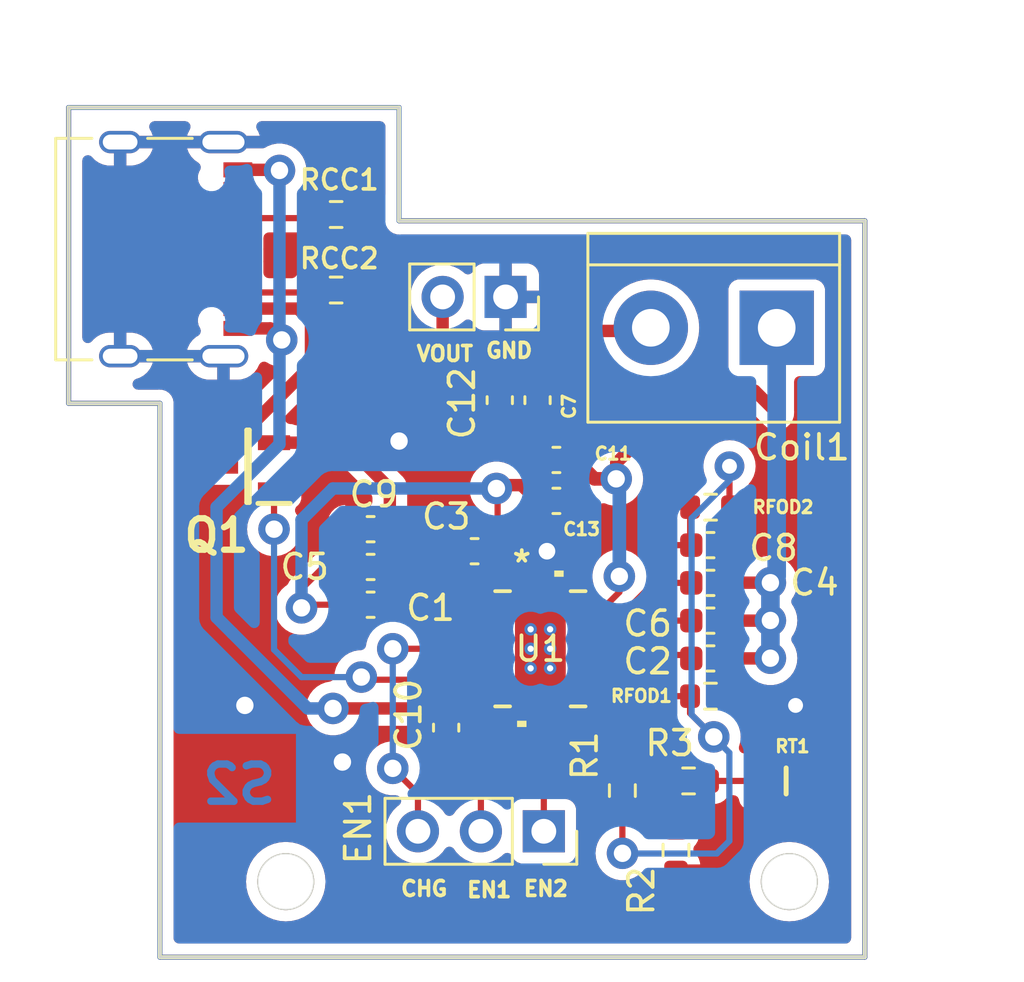
<source format=kicad_pcb>
(kicad_pcb (version 20221018) (generator pcbnew)
  (layers (0 "F.Cu" signal) (31 "B.Cu" signal) (34 "B.Paste" user) (35 "F.Paste" user) (36 "B.SilkS" user "B.Silkscreen") (37 "F.SilkS" user "F.Silkscreen") (38 "B.Mask" user) (39 "F.Mask" user) (44 "Edge.Cuts" user))
  (net 0 "")
  (net 1 "Net-(U1-COM1)")
  (net 2 "AC1")
  (net 3 "Net-(U1-COM2)")
  (net 4 "AC2")
  (net 5 "Net-(U1-BOOT1)")
  (net 6 "Net-(U1-BOOT2)")
  (net 7 "Net-(U1-CLMP1)")
  (net 8 "Net-(U1-CLMP2)")
  (net 9 "Net-(Coil1-Pin_2)")
  (net 10 "FOD")
  (net 11 "GND")
  (net 12 "OUT")
  (net 13 "Net-(Q1-D)")
  (net 14 "Net-(EN1-Pin_1)")
  (net 15 "Net-(EN1-Pin_2)")
  (net 16 "Net-(EN1-Pin_3)")
  (net 17 "Net-(J3-CC1)")
  (net 21 "Net-(J3-CC2)")
  (net 25 "Net-(Q1-G)")
  (net 26 "Net-(U1-ILIM)")
  (net 27 "Net-(U1-TS-CTRL)")
  (net 29 "Net-(U1-AD)")
  (net 30 "Net-(U1-RECT)")
  (net 31 "Net-(R3-Pad1)")
  (footprint "Capacitor_SMD:C_0603_1608Metric" (layer "F.Cu") (at 157.602099 105.918 180)
    (fp_text reference "C5" (at 2.662099 0) (layer "F.SilkS"))
    (fp_text value "470nF")
    (fp_line (start -0.14058 -0.51) (end 0.14058 -0.51) (stroke (width 0.12)) (layer "F.SilkS"))
    (fp_line (start -0.14058 0.51) (end 0.14058 0.51) (stroke (width 0.12)) (layer "F.SilkS"))
    (pad "1" smd roundrect (at -0.775 0 180) (size 0.9 0.95) (layers "F.Cu" "F.Paste" "F.Mask") (net 7 "Net-(U1-CLMP1)"))
    (pad "2" smd roundrect (at 0.775 0 180) (size 0.9 0.95) (layers "F.Cu" "F.Paste" "F.Mask") (net 2 "AC1"))
  )
  (footprint "Capacitor_SMD:C_0603_1608Metric" (layer "F.Cu") (at 162.814 99.187 -90)
    (fp_text reference "C12" (at 0.127 1.524 90) (layer "F.SilkS"))
    (fp_text value "68nF")
    (fp_line (start -0.14058 -0.51) (end 0.14058 -0.51) (stroke (width 0.12)) (layer "F.SilkS"))
    (fp_line (start -0.14058 0.51) (end 0.14058 0.51) (stroke (width 0.12)) (layer "F.SilkS"))
    (pad "1" smd roundrect (at -0.775 0 270) (size 0.9 0.95) (layers "F.Cu" "F.Paste" "F.Mask") (net 9 "Net-(Coil1-Pin_2)"))
    (pad "2" smd roundrect (at 0.775 0 270) (size 0.9 0.95) (layers "F.Cu" "F.Paste" "F.Mask") (net 2 "AC1"))
  )
  (footprint "Resistor_SMD:R_0603_1608Metric" (layer "F.Cu") (at 170.434 114.554 180)
    (fp_text reference "R3" (at 0.762 1.524) (layer "F.SilkS"))
    (fp_text value "1.5K")
    (fp_line (start -0.237258 -0.5225) (end 0.237258 -0.5225) (stroke (width 0.12)) (layer "F.SilkS"))
    (fp_line (start -0.237258 0.5225) (end 0.237258 0.5225) (stroke (width 0.12)) (layer "F.SilkS"))
    (pad "1" smd roundrect (at -0.825 0 180) (size 0.8 0.95) (layers "F.Cu" "F.Paste" "F.Mask") (net 31 "Net-(R3-Pad1)"))
    (pad "2" smd roundrect (at 0.825 0 180) (size 0.8 0.95) (layers "F.Cu" "F.Paste" "F.Mask") (net 27 "Net-(U1-TS-CTRL)"))
  )
  (footprint "TESIS:SOT95P237X112-3N" (layer "F.Cu") (at 152.654 101.854 180)
    (fp_text reference "Q1" (at 1.27 -2.794 180) (layer "F.SilkS") (effects (font (size 1.27 1.27) (thickness 0.254))))
    (fp_text value "SQ2361CES-T1_GE3" hide)
    (fp_line (start -1.7 -1.5) (end -0.4 -1.5) (stroke (width 0.2)) (layer "F.SilkS"))
    (fp_line (start -0.05 -1.46) (end 0.05 -1.46) (stroke (width 0.2)) (layer "F.SilkS"))
    (fp_line (start -0.05 1.46) (end -0.05 -1.46) (stroke (width 0.2)) (layer "F.SilkS"))
    (fp_line (start 0.05 -1.46) (end 0.05 1.46) (stroke (width 0.2)) (layer "F.SilkS"))
    (fp_line (start 0.05 1.46) (end -0.05 1.46) (stroke (width 0.2)) (layer "F.SilkS"))
    (pad "1" smd rect (at -1.05 -0.95 270) (size 0.6 1.3) (layers "F.Cu" "F.Paste" "F.Mask") (net 25 "Net-(Q1-G)"))
    (pad "2" smd rect (at -1.05 0.95 270) (size 0.6 1.3) (layers "F.Cu" "F.Paste" "F.Mask") (net 12 "OUT"))
    (pad "3" smd rect (at 1.05 0 270) (size 0.6 1.3) (layers "F.Cu" "F.Paste" "F.Mask") (net 13 "Net-(Q1-D)"))
  )
  (footprint "Resistor_SMD:R_0603_1608Metric" (layer "F.Cu") (at 156.21 94.742 180)
    (fp_text reference "RCC2" (at -0.127 1.27) (layer "F.SilkS") (effects (font (size 0.8 0.8))))
    (fp_text value "5.1k")
    (fp_line (start -0.237258 -0.5225) (end 0.237258 -0.5225) (stroke (width 0.12)) (layer "F.SilkS"))
    (fp_line (start -0.237258 0.5225) (end 0.237258 0.5225) (stroke (width 0.12)) (layer "F.SilkS"))
    (pad "1" smd roundrect (at -0.825 0 180) (size 0.8 0.95) (layers "F.Cu" "F.Paste" "F.Mask") (net 11 "GND"))
    (pad "2" smd roundrect (at 0.825 0 180) (size 0.8 0.95) (layers "F.Cu" "F.Paste" "F.Mask") (net 21 "Net-(J3-CC2)"))
  )
  (footprint "Capacitor_SMD:C_0603_1608Metric" (layer "F.Cu") (at 171.318099 108.085)
    (fp_text reference "C6" (at -2.535099 0.119) (layer "F.SilkS"))
    (fp_text value "470nF")
    (fp_line (start -0.14058 -0.51) (end 0.14058 -0.51) (stroke (width 0.12)) (layer "F.SilkS"))
    (fp_line (start -0.14058 0.51) (end 0.14058 0.51) (stroke (width 0.12)) (layer "F.SilkS"))
    (pad "1" smd roundrect (at -0.775 0) (size 0.9 0.95) (layers "F.Cu" "F.Paste" "F.Mask") (net 8 "Net-(U1-CLMP2)"))
    (pad "2" smd roundrect (at 0.775 0) (size 0.9 0.95) (layers "F.Cu" "F.Paste" "F.Mask") (net 4 "AC2"))
  )
  (footprint "Resistor_SMD:R_0603_1608Metric" (layer "F.Cu") (at 171.318099 111.133)
    (fp_text reference "RFOD1" (at -2.789099 -0.008) (layer "F.SilkS") (effects (font (size 0.5 0.5) (thickness 0.125))))
    (fp_text value "180K")
    (fp_line (start -0.237258 -0.5225) (end 0.237258 -0.5225) (stroke (width 0.12)) (layer "F.SilkS"))
    (fp_line (start -0.237258 0.5225) (end 0.237258 0.5225) (stroke (width 0.12)) (layer "F.SilkS"))
    (pad "1" smd roundrect (at -0.825 0) (size 0.8 0.95) (layers "F.Cu" "F.Paste" "F.Mask") (net 10 "FOD"))
    (pad "2" smd roundrect (at 0.825 0) (size 0.8 0.95) (layers "F.Cu" "F.Paste" "F.Mask") (net 11 "GND"))
  )
  (footprint "Connector_PinSocket_2.54mm:PinSocket_1x02_P2.54mm_Vertical" (layer "F.Cu") (at 163.048 95.021 -90)
    (fp_text reference "Out1" hide)
    (fp_text value "Conn_01x02_Socket")
    (fp_line (start -1.33 1.27) (end -1.33 3.87) (stroke (width 0.12)) (layer "F.SilkS"))
    (fp_line (start -1.33 1.27) (end 1.33 1.27) (stroke (width 0.12)) (layer "F.SilkS"))
    (fp_line (start -1.33 3.87) (end 1.33 3.87) (stroke (width 0.12)) (layer "F.SilkS"))
    (fp_line (start 0 -1.33) (end 1.33 -1.33) (stroke (width 0.12)) (layer "F.SilkS"))
    (fp_line (start 1.33 -1.33) (end 1.33 0) (stroke (width 0.12)) (layer "F.SilkS"))
    (fp_line (start 1.33 1.27) (end 1.33 3.87) (stroke (width 0.12)) (layer "F.SilkS"))
    (pad "1" thru_hole rect (at 0 0 270) (size 1.7 1.7) (drill 1) (layers "*.Cu" "*.Mask") (net 11 "GND"))
    (pad "2" thru_hole oval (at 0 2.54 270) (size 1.7 1.7) (drill 1) (layers "*.Cu" "*.Mask") (net 12 "OUT"))
  )
  (footprint "Capacitor_SMD:C_0603_1608Metric" (layer "F.Cu") (at 157.602099 107.442 180)
    (fp_text reference "C1" (at -2.417901 -0.127) (layer "F.SilkS"))
    (fp_text value "22nF")
    (fp_line (start -0.14058 -0.51) (end 0.14058 -0.51) (stroke (width 0.12)) (layer "F.SilkS"))
    (fp_line (start -0.14058 0.51) (end 0.14058 0.51) (stroke (width 0.12)) (layer "F.SilkS"))
    (pad "1" smd roundrect (at -0.775 0 180) (size 0.9 0.95) (layers "F.Cu" "F.Paste" "F.Mask") (net 1 "Net-(U1-COM1)"))
    (pad "2" smd roundrect (at 0.775 0 180) (size 0.9 0.95) (layers "F.Cu" "F.Paste" "F.Mask") (net 2 "AC1"))
  )
  (footprint "Resistor_SMD:R_0603_1608Metric" (layer "F.Cu") (at 167.762099 114.943 90)
    (fp_text reference "R1" (at 1.405 -1.519099 90) (layer "F.SilkS"))
    (fp_text value "1.2K")
    (fp_line (start -0.237258 -0.5225) (end 0.237258 -0.5225) (stroke (width 0.12)) (layer "F.SilkS"))
    (fp_line (start -0.237258 0.5225) (end 0.237258 0.5225) (stroke (width 0.12)) (layer "F.SilkS"))
    (pad "1" smd roundrect (at -0.825 0 90) (size 0.8 0.95) (layers "F.Cu" "F.Paste" "F.Mask") (net 10 "FOD"))
    (pad "2" smd roundrect (at 0.825 0 90) (size 0.8 0.95) (layers "F.Cu" "F.Paste" "F.Mask") (net 26 "Net-(U1-ILIM)"))
  )
  (footprint "Capacitor_SMD:C_0603_1608Metric" (layer "F.Cu") (at 171.318099 106.561)
    (fp_text reference "C4" (at 4.195901 -0.008) (layer "F.SilkS"))
    (fp_text value "10nF")
    (fp_line (start -0.14058 -0.51) (end 0.14058 -0.51) (stroke (width 0.12)) (layer "F.SilkS"))
    (fp_line (start -0.14058 0.51) (end 0.14058 0.51) (stroke (width 0.12)) (layer "F.SilkS"))
    (pad "1" smd roundrect (at -0.775 0) (size 0.9 0.95) (layers "F.Cu" "F.Paste" "F.Mask") (net 6 "Net-(U1-BOOT2)"))
    (pad "2" smd roundrect (at 0.775 0) (size 0.9 0.95) (layers "F.Cu" "F.Paste" "F.Mask") (net 4 "AC2"))
  )
  (footprint "Capacitor_SMD:C_0603_1608Metric" (layer "F.Cu") (at 165.1 101.6 180)
    (fp_text reference "C11" (at -2.286 0.254) (layer "F.SilkS") (effects (font (size 0.5 0.5) (thickness 0.125))))
    (fp_text value "3.3nF")
    (fp_line (start -0.14058 -0.51) (end 0.14058 -0.51) (stroke (width 0.12)) (layer "F.SilkS"))
    (fp_line (start -0.14058 0.51) (end 0.14058 0.51) (stroke (width 0.12)) (layer "F.SilkS"))
    (pad "1" smd roundrect (at -0.775 0 180) (size 0.9 0.95) (layers "F.Cu" "F.Paste" "F.Mask") (net 4 "AC2"))
    (pad "2" smd roundrect (at 0.775 0 180) (size 0.9 0.95) (layers "F.Cu" "F.Paste" "F.Mask") (net 2 "AC1"))
  )
  (footprint "Capacitor_SMD:C_0603_1608Metric" (layer "F.Cu") (at 171.318099 105.037)
    (fp_text reference "C8" (at 2.544901 0.119) (layer "F.SilkS"))
    (fp_text value "10uF")
    (fp_line (start -0.14058 -0.51) (end 0.14058 -0.51) (stroke (width 0.12)) (layer "F.SilkS"))
    (fp_line (start -0.14058 0.51) (end 0.14058 0.51) (stroke (width 0.12)) (layer "F.SilkS"))
    (pad "1" smd roundrect (at -0.775 0) (size 0.9 0.95) (layers "F.Cu" "F.Paste" "F.Mask") (net 30 "Net-(U1-RECT)"))
    (pad "2" smd roundrect (at 0.775 0) (size 0.9 0.95) (layers "F.Cu" "F.Paste" "F.Mask") (net 11 "GND"))
  )
  (footprint "Connector_USB:USB_C_Receptacle_Palconn_UTC16-G" (layer "F.Cu") (at 149.733 93.091 -90)
    (fp_text reference "J3" hide)
    (fp_text value "USB_C_Receptacle_USB2.0")
    (fp_line (start -4.47 -0.67) (end -4.47 1.13) (stroke (width 0.12)) (layer "F.SilkS"))
    (fp_line (start -4.47 4.84) (end -4.47 3.38) (stroke (width 0.12)) (layer "F.SilkS"))
    (fp_line (start 4.47 -0.67) (end 4.47 1.13) (stroke (width 0.12)) (layer "F.SilkS"))
    (fp_line (start 4.47 4.84) (end -4.47 4.84) (stroke (width 0.12)) (layer "F.SilkS"))
    (fp_line (start 4.47 4.84) (end 4.47 3.38) (stroke (width 0.12)) (layer "F.SilkS"))
    (pad "" np_thru_hole circle (at -2.89 -1.45 90) (size 0.6 0.6) (drill 0.6) (layers "*.Cu" "*.Mask"))
    (pad "" np_thru_hole circle (at 2.89 -1.45 90) (size 0.6 0.6) (drill 0.6) (layers "*.Cu" "*.Mask"))
    (pad "A1" smd rect (at -3.2 -2.51 270) (size 0.6 1.16) (layers "F.Cu" "F.Paste" "F.Mask") (net 29 "Net-(U1-AD)"))
    (pad "A4" smd rect (at -2.4 -2.51 270) (size 0.6 1.16) (layers "F.Cu" "F.Paste" "F.Mask") (net 13 "Net-(Q1-D)"))
    (pad "A5" smd rect (at -1.25 -2.51 90) (size 0.3 1.16) (layers "F.Cu" "F.Paste" "F.Mask") (net 17 "Net-(J3-CC1)"))
    (pad "A6" smd rect (at -0.25 -2.51 90) (size 0.3 1.16) (layers "F.Cu" "F.Paste" "F.Mask"))
    (pad "A7" smd rect (at 0.25 -2.51 90) (size 0.3 1.16) (layers "F.Cu" "F.Paste" "F.Mask"))
    (pad "A8" smd rect (at 1.25 -2.51 90) (size 0.3 1.16) (layers "F.Cu" "F.Paste" "F.Mask"))
    (pad "A9" smd rect (at 2.4 -2.51 270) (size 0.6 1.16) (layers "F.Cu" "F.Paste" "F.Mask") (net 13 "Net-(Q1-D)"))
    (pad "A12" smd rect (at 3.2 -2.51 270) (size 0.6 1.16) (layers "F.Cu" "F.Paste" "F.Mask") (net 29 "Net-(U1-AD)"))
    (pad "B1" smd rect (at 3.2 -2.51 270) (size 0.6 1.16) (layers "F.Cu" "F.Paste" "F.Mask") (net 29 "Net-(U1-AD)"))
    (pad "B4" smd rect (at 2.4 -2.51 270) (size 0.6 1.16) (layers "F.Cu" "F.Paste" "F.Mask") (net 13 "Net-(Q1-D)"))
    (pad "B5" smd rect (at 1.75 -2.51 90) (size 0.3 1.16) (layers "F.Cu" "F.Paste" "F.Mask") (net 21 "Net-(J3-CC2)"))
    (pad "B6" smd rect (at 0.75 -2.51 90) (size 0.3 1.16) (layers "F.Cu" "F.Paste" "F.Mask"))
    (pad "B7" smd rect (at -0.75 -2.51 90) (size 0.3 1.16) (layers "F.Cu" "F.Paste" "F.Mask"))
    (pad "B8" smd rect (at -1.75 -2.51 90) (size 0.3 1.16) (layers "F.Cu" "F.Paste" "F.Mask"))
    (pad "B9" smd rect (at -2.4 -2.51 270) (size 0.6 1.16) (layers "F.Cu" "F.Paste" "F.Mask") (net 13 "Net-(Q1-D)"))
    (pad "B12" smd rect (at -3.2 -2.51 270) (size 0.6 1.16) (layers "F.Cu" "F.Paste" "F.Mask") (net 29 "Net-(U1-AD)"))
    (pad "S1" thru_hole oval (at -4.32 -1.93) (size 2 0.9) (drill oval 1.7 0.6) (layers "*.Cu" "*.Mask") (net 11 "GND"))
    (pad "S1" thru_hole oval (at -4.32 2.24) (size 1.7 0.9) (drill oval 1.4 0.6) (layers "*.Cu" "*.Mask") (net 11 "GND"))
    (pad "S1" thru_hole oval (at 4.32 -1.93) (size 2 0.9) (drill oval 1.7 0.6) (layers "*.Cu" "*.Mask") (net 11 "GND"))
    (pad "S1" thru_hole oval (at 4.32 2.24) (size 1.7 0.9) (drill oval 1.4 0.6) (layers "*.Cu" "*.Mask") (net 11 "GND"))
  )
  (footprint "Capacitor_SMD:C_0603_1608Metric" (layer "F.Cu") (at 171.318099 109.609)
    (fp_text reference "C2" (at -2.535099 0.119) (layer "F.SilkS"))
    (fp_text value "22nF")
    (fp_line (start -0.14058 -0.51) (end 0.14058 -0.51) (stroke (width 0.12)) (layer "F.SilkS"))
    (fp_line (start -0.14058 0.51) (end 0.14058 0.51) (stroke (width 0.12)) (layer "F.SilkS"))
    (pad "1" smd roundrect (at -0.775 0) (size 0.9 0.95) (layers "F.Cu" "F.Paste" "F.Mask") (net 3 "Net-(U1-COM2)"))
    (pad "2" smd roundrect (at 0.775 0) (size 0.9 0.95) (layers "F.Cu" "F.Paste" "F.Mask") (net 4 "AC2"))
  )
  (footprint "Capacitor_SMD:C_0603_1608Metric" (layer "F.Cu") (at 160.650099 112.403 90)
    (fp_text reference "C10" (at 0.516 -1.519099 90) (layer "F.SilkS"))
    (fp_text value "1uF")
    (fp_line (start -0.14058 -0.51) (end 0.14058 -0.51) (stroke (width 0.12)) (layer "F.SilkS"))
    (fp_line (start -0.14058 0.51) (end 0.14058 0.51) (stroke (width 0.12)) (layer "F.SilkS"))
    (pad "1" smd roundrect (at -0.775 0 90) (size 0.9 0.95) (layers "F.Cu" "F.Paste" "F.Mask") (net 11 "GND"))
    (pad "2" smd roundrect (at 0.775 0 90) (size 0.9 0.95) (layers "F.Cu" "F.Paste" "F.Mask") (net 29 "Net-(U1-AD)"))
  )
  (footprint "MountingHole:MountingHole_2.2mm_M2" (layer "F.Cu") (at 174.498 118.618)
    (fp_text reference "REF**" hide)
    (fp_text value "MountingHole_2.2mm_M2")
    (pad "" np_thru_hole circle (at 0 0) (size 2.2 2.2) (drill 2.2) (layers "*.Cu" "*.Mask"))
  )
  (footprint "TESIS:BQ5101eBRHLR" (layer "F.Cu") (at 164.4523 109.22)
    (fp_text reference "U1" (at 0 0 unlocked) (layer "F.SilkS"))
    (fp_text value "BQ51013BRHLR")
    (fp_text user "*" (at -0.75 -3.437401) (layer "F.SilkS"))
    (fp_poly (pts (xy 0.375 -1.524999) (xy 0.375 -2.649999) (xy 0.16 -2.649999) (xy 0.16 -1.924999) (xy -0.16 -1.924999) (xy -0.16 -2.649999) (xy -0.375 -2.649999) (xy -0.375 -1.524999)) (fill solid) (layer "F.Cu"))
    (fp_poly (pts (xy 0.375 1.524999) (xy 0.375 2.649999) (xy 0.16 2.649999) (xy 0.16 1.924999) (xy -0.16 1.924999) (xy -0.16 2.649999) (xy -0.375 2.649999) (xy -0.375 1.524999)) (fill solid) (layer "F.Cu"))
    (fp_line (start -1.825 2.325001) (end -1.222741 2.325001) (stroke (width 0.1524)) (layer "F.SilkS"))
    (fp_line (start -1.222741 -2.325001) (end -1.825 -2.325001) (stroke (width 0.1524)) (layer "F.SilkS"))
    (fp_line (start 1.222741 2.325001) (end 1.825 2.325001) (stroke (width 0.1524)) (layer "F.SilkS"))
    (fp_line (start 1.825 -2.325001) (end 1.222741 -2.325001) (stroke (width 0.1524)) (layer "F.SilkS"))
    (fp_poly (pts (xy -0.940501 2.904) (xy -0.940501 3.158) (xy -0.559501 3.158) (xy -0.559501 2.904)) (fill solid) (layer "F.SilkS"))
    (fp_poly (pts (xy 0.559501 -2.904) (xy 0.559501 -3.158) (xy 0.940501 -3.158) (xy 0.940501 -2.904)) (fill solid) (layer "F.SilkS"))
    (pad "1" smd rect (at -0.750001 -2.224999) (size 0.28 0.85) (layers "F.Cu" "F.Mask") (net 11 "GND"))
    (pad "2" smd rect (at -1.725 -1.749999 90) (size 0.28 0.85) (layers "F.Cu" "F.Mask") (net 2 "AC1"))
    (pad "3" smd rect (at -1.725 -1.25 90) (size 0.28 0.85) (layers "F.Cu" "F.Mask") (net 5 "Net-(U1-BOOT1)"))
    (pad "4" smd rect (at -1.725 -0.750001 90) (size 0.28 0.85) (layers "F.Cu" "F.Mask") (net 12 "OUT"))
    (pad "5" smd rect (at -1.725 -0.25 90) (size 0.28 0.85) (layers "F.Cu" "F.Mask") (net 7 "Net-(U1-CLMP1)"))
    (pad "6" smd rect (at -1.725 0.25 90) (size 0.28 0.85) (layers "F.Cu" "F.Mask") (net 1 "Net-(U1-COM1)"))
    (pad "7" smd rect (at -1.725 0.750001 90) (size 0.28 0.85) (layers "F.Cu" "F.Mask") (net 16 "Net-(EN1-Pin_3)"))
    (pad "8" smd rect (at -1.725 1.25 90) (size 0.28 0.85) (layers "F.Cu" "F.Mask") (net 25 "Net-(Q1-G)"))
    (pad "9" smd rect (at -1.725 1.749999 90) (size 0.28 0.85) (layers "F.Cu" "F.Mask") (net 29 "Net-(U1-AD)"))
    (pad "10" smd rect (at -0.750001 2.224999) (size 0.28 0.85) (layers "F.Cu" "F.Mask") (net 15 "Net-(EN1-Pin_2)"))
    (pad "11" smd rect (at 0.750001 2.224999) (size 0.28 0.85) (layers "F.Cu" "F.Mask") (net 14 "Net-(EN1-Pin_1)"))
    (pad "12" smd rect (at 1.725 1.749999 90) (size 0.28 0.85) (layers "F.Cu" "F.Mask") (net 26 "Net-(U1-ILIM)"))
    (pad "13" smd rect (at 1.725 1.25 90) (size 0.28 0.85) (layers "F.Cu" "F.Mask") (net 27 "Net-(U1-TS-CTRL)"))
    (pad "14" smd rect (at 1.725 0.750001 90) (size 0.28 0.85) (layers "F.Cu" "F.Mask") (net 10 "FOD"))
    (pad "15" smd rect (at 1.725 0.25 90) (size 0.28 0.85) (layers "F.Cu" "F.Mask") (net 3 "Net-(U1-COM2)"))
    (pad "16" smd rect (at 1.725 -0.25 90) (size 0.28 0.85) (layers "F.Cu" "F.Mask") (net 8 "Net-(U1-CLMP2)"))
    (pad "17" smd rect (at 1.725 -0.750001 90) (size 0.28 0.85) (layers "F.Cu" "F.Mask") (net 6 "Net-(U1-BOOT2)"))
    (pad "18" smd rect (at 1.725 -1.25 90) (size 0.28 0.85) (layers "F.Cu" "F.Mask") (net 30 "Net-(U1-RECT)"))
    (pad "19" smd rect (at 1.725 -1.749999 90) (size 0.28 0.85) (layers "F.Cu" "F.Mask") (net 4 "AC2"))
    (pad "20" smd rect (at 0.750001 -2.224999) (size 0.28 0.85) (layers "F.Cu" "F.Mask") (net 11 "GND"))
    (pad "21" smd rect (at 0 0) (size 2.05 3.049999) (layers "F.Cu"))
    (pad "V" thru_hole circle (at -0.3937 -0.7874) (size 0.508 0.508) (drill 0.254) (layers "*.Cu" "*.Mask"))
    (pad "V" thru_hole circle (at -0.3937 0) (size 0.508 0.508) (drill 0.254) (layers "*.Cu" "*.Mask"))
    (pad "V" thru_hole circle (at -0.3937 0.7874) (size 0.508 0.508) (drill 0.254) (layers "*.Cu" "*.Mask"))
    (pad "V" thru_hole circle (at 0.3937 -0.7874) (size 0.508 0.508) (drill 0.254) (layers "*.Cu" "*.Mask"))
    (pad "V" thru_hole circle (at 0.3937 0) (size 0.508 0.508) (drill 0.254) (layers "*.Cu" "*.Mask"))
    (pad "V" thru_hole circle (at 0.3937 0.7874) (size 0.508 0.508) (drill 0.254) (layers "*.Cu" "*.Mask"))
  )
  (footprint "Resistor_SMD:R_0603_1608Metric" (layer "F.Cu") (at 169.926 117.348 90)
    (fp_text reference "R2" (at -1.651 -1.397 90) (layer "F.SilkS"))
    (fp_text value "10K")
    (fp_line (start -0.237258 -0.5225) (end 0.237258 -0.5225) (stroke (width 0.12)) (layer "F.SilkS"))
    (fp_line (start -0.237258 0.5225) (end 0.237258 0.5225) (stroke (width 0.12)) (layer "F.SilkS"))
    (pad "1" smd roundrect (at -0.825 0 90) (size 0.8 0.95) (layers "F.Cu" "F.Paste" "F.Mask") (net 11 "GND"))
    (pad "2" smd roundrect (at 0.825 0 90) (size 0.8 0.95) (layers "F.Cu" "F.Paste" "F.Mask") (net 27 "Net-(U1-TS-CTRL)"))
  )
  (footprint "Connector_PinSocket_2.54mm:PinSocket_1x03_P2.54mm_Vertical" (layer "F.Cu") (at 164.592 116.586 -90)
    (fp_text reference "EN1" (at -0.127 7.493 90) (layer "F.SilkS"))
    (fp_text value "Conn_01x03")
    (fp_line (start -1.33 1.27) (end -1.33 6.41) (stroke (width 0.12)) (layer "F.SilkS"))
    (fp_line (start -1.33 1.27) (end 1.33 1.27) (stroke (width 0.12)) (layer "F.SilkS"))
    (fp_line (start -1.33 6.41) (end 1.33 6.41) (stroke (width 0.12)) (layer "F.SilkS"))
    (fp_line (start 0 -1.33) (end 1.33 -1.33) (stroke (width 0.12)) (layer "F.SilkS"))
    (fp_line (start 1.33 -1.33) (end 1.33 0) (stroke (width 0.12)) (layer "F.SilkS"))
    (fp_line (start 1.33 1.27) (end 1.33 6.41) (stroke (width 0.12)) (layer "F.SilkS"))
    (pad "1" thru_hole rect (at 0 0 270) (size 1.7 1.7) (drill 1) (layers "*.Cu" "*.Mask") (net 14 "Net-(EN1-Pin_1)"))
    (pad "2" thru_hole oval (at 0 2.54 270) (size 1.7 1.7) (drill 1) (layers "*.Cu" "*.Mask") (net 15 "Net-(EN1-Pin_2)"))
    (pad "3" thru_hole oval (at 0 5.08 270) (size 1.7 1.7) (drill 1) (layers "*.Cu" "*.Mask") (net 16 "Net-(EN1-Pin_3)"))
  )
  (footprint "TESIS:THRMC2012X50N" (layer "F.Cu") (at 174.371 114.554 180)
    (fp_text reference "RT1" (at -0.254 1.397) (layer "F.SilkS") (effects (font (size 0.5 0.5) (thickness 0.125))))
    (fp_text value "B57431V2103J162" hide)
    (fp_line (start 0 -0.525) (end 0 0.525) (stroke (width 0.2)) (layer "F.SilkS"))
    (pad "1" smd rect (at -1 0 180) (size 0.9 1.4) (layers "F.Cu" "F.Paste" "F.Mask") (net 11 "GND"))
    (pad "2" smd rect (at 1 0 180) (size 0.9 1.4) (layers "F.Cu" "F.Paste" "F.Mask") (net 31 "Net-(R3-Pad1)"))
  )
  (footprint "Capacitor_SMD:C_0603_1608Metric" (layer "F.Cu") (at 164.338 99.187 -90)
    (fp_text reference "C7" (at 0.254 -1.27 90) (layer "F.SilkS") (effects (font (size 0.5 0.5) (thickness 0.125))))
    (fp_text value "330nF")
    (fp_line (start -0.14058 -0.51) (end 0.14058 -0.51) (stroke (width 0.12)) (layer "F.SilkS"))
    (fp_line (start -0.14058 0.51) (end 0.14058 0.51) (stroke (width 0.12)) (layer "F.SilkS"))
    (pad "1" smd roundrect (at -0.775 0 270) (size 0.9 0.95) (layers "F.Cu" "F.Paste" "F.Mask") (net 9 "Net-(Coil1-Pin_2)"))
    (pad "2" smd roundrect (at 0.775 0 270) (size 0.9 0.95) (layers "F.Cu" "F.Paste" "F.Mask") (net 2 "AC1"))
  )
  (footprint "Capacitor_SMD:C_0603_1608Metric" (layer "F.Cu") (at 165.1 103.251 180)
    (fp_text reference "C13" (at -1.016 -1.143) (layer "F.SilkS") (effects (font (size 0.5 0.5) (thickness 0.125))))
    (fp_text value "0.68nF")
    (fp_line (start -0.14058 -0.51) (end 0.14058 -0.51) (stroke (width 0.12)) (layer "F.SilkS"))
    (fp_line (start -0.14058 0.51) (end 0.14058 0.51) (stroke (width 0.12)) (layer "F.SilkS"))
    (pad "1" smd roundrect (at -0.775 0 180) (size 0.9 0.95) (layers "F.Cu" "F.Paste" "F.Mask") (net 4 "AC2"))
    (pad "2" smd roundrect (at 0.775 0 180) (size 0.9 0.95) (layers "F.Cu" "F.Paste" "F.Mask") (net 2 "AC1"))
  )
  (footprint "Resistor_SMD:R_0603_1608Metric" (layer "F.Cu") (at 171.323 103.505)
    (fp_text reference "RFOD2" (at 2.921 0) (layer "F.SilkS") (effects (font (size 0.5 0.5) (thickness 0.125))))
    (fp_text value "330")
    (fp_line (start -0.237258 -0.5225) (end 0.237258 -0.5225) (stroke (width 0.12)) (layer "F.SilkS"))
    (fp_line (start -0.237258 0.5225) (end 0.237258 0.5225) (stroke (width 0.12)) (layer "F.SilkS"))
    (pad "1" smd roundrect (at -0.825 0) (size 0.8 0.95) (layers "F.Cu" "F.Paste" "F.Mask") (net 30 "Net-(U1-RECT)"))
    (pad "2" smd roundrect (at 0.825 0) (size 0.8 0.95) (layers "F.Cu" "F.Paste" "F.Mask") (net 10 "FOD"))
  )
  (footprint "Capacitor_SMD:C_0603_1608Metric" (layer "F.Cu") (at 161.798 105.283)
    (fp_text reference "C3" (at -1.143 -1.397) (layer "F.SilkS"))
    (fp_text value "10nF")
    (fp_line (start -0.14058 -0.51) (end 0.14058 -0.51) (stroke (width 0.12)) (layer "F.SilkS"))
    (fp_line (start -0.14058 0.51) (end 0.14058 0.51) (stroke (width 0.12)) (layer "F.SilkS"))
    (pad "1" smd roundrect (at -0.775 0) (size 0.9 0.95) (layers "F.Cu" "F.Paste" "F.Mask") (net 5 "Net-(U1-BOOT1)"))
    (pad "2" smd roundrect (at 0.775 0) (size 0.9 0.95) (layers "F.Cu" "F.Paste" "F.Mask") (net 2 "AC1"))
  )
  (footprint "Resistor_SMD:R_0603_1608Metric" (layer "F.Cu") (at 156.21 91.694 180)
    (fp_text reference "RCC1" (at -0.127 1.397) (layer "F.SilkS") (effects (font (size 0.8 0.8))))
    (fp_text value "5.1k")
    (fp_line (start -0.237258 -0.5225) (end 0.237258 -0.5225) (stroke (width 0.12)) (layer "F.SilkS"))
    (fp_line (start -0.237258 0.5225) (end 0.237258 0.5225) (stroke (width 0.12)) (layer "F.SilkS"))
    (pad "1" smd roundrect (at -0.825 0 180) (size 0.8 0.95) (layers "F.Cu" "F.Paste" "F.Mask") (net 11 "GND"))
    (pad "2" smd roundrect (at 0.825 0 180) (size 0.8 0.95) (layers "F.Cu" "F.Paste" "F.Mask") (net 17 "Net-(J3-CC1)"))
  )
  (footprint "TerminalBlock:TerminalBlock_bornier-2_P5.08mm" (layer "F.Cu") (at 173.99 96.266 180)
    (fp_text reference "Coil1" (at -1.016 -4.826) (layer "F.SilkS"))
    (fp_text value "~")
    (fp_line (start -2.54 -3.81) (end -2.54 3.81) (stroke (width 0.12)) (layer "F.SilkS"))
    (fp_line (start -2.54 3.81) (end 7.62 3.81) (stroke (width 0.12)) (layer "F.SilkS"))
    (fp_line (start 7.62 -3.81) (end -2.54 -3.81) (stroke (width 0.12)) (layer "F.SilkS"))
    (fp_line (start 7.62 2.54) (end -2.54 2.54) (stroke (width 0.12)) (layer "F.SilkS"))
    (fp_line (start 7.62 3.81) (end 7.62 -3.81) (stroke (width 0.12)) (layer "F.SilkS"))
    (pad "1" thru_hole rect (at 0 0 180) (size 3 3) (drill 1.52) (layers "*.Cu" "*.Mask") (net 4 "AC2"))
    (pad "2" thru_hole circle (at 5.08 0 180) (size 3 3) (drill 1.52) (layers "*.Cu" "*.Mask") (net 9 "Net-(Coil1-Pin_2)"))
  )
  (footprint "MountingHole:MountingHole_2.2mm_M2" (layer "F.Cu") (at 154.178 118.618)
    (fp_text reference "REF**" hide)
    (fp_text value "MountingHole_2.2mm_M2")
    (pad "" np_thru_hole circle (at 0 0) (size 2.2 2.2) (drill 2.2) (layers "F&B.Cu" "*.Mask"))
  )
  (footprint "Capacitor_SMD:C_0603_1608Metric" (layer "F.Cu") (at 157.602099 104.394 180)
    (fp_text reference "C9" (at -0.131901 1.405) (layer "F.SilkS"))
    (fp_text value "10uF")
    (fp_line (start -0.14058 -0.51) (end 0.14058 -0.51) (stroke (width 0.12)) (layer "F.SilkS"))
    (fp_line (start -0.14058 0.51) (end 0.14058 0.51) (stroke (width 0.12)) (layer "F.SilkS"))
    (pad "1" smd roundrect (at -0.775 0 180) (size 0.9 0.95) (layers "F.Cu" "F.Paste" "F.Mask") (net 12 "OUT"))
    (pad "2" smd roundrect (at 0.775 0 180) (size 0.9 0.95) (layers "F.Cu" "F.Paste" "F.Mask") (net 11 "GND"))
  )
  (gr_line (start 158.75 91.948) (end 158.75 87.376) (stroke (width 0.2)) (layer "F.Cu"))
  (gr_circle (center 174.498 118.618) (end 175.598 118.618) (stroke (width 0.1)) (fill solid) (layer "F.Cu"))
  (gr_line (start 177.546 91.948) (end 158.75 91.948) (stroke (width 0.2)) (layer "F.Cu"))
  (gr_circle (center 154.178 118.618) (end 155.278 118.618) (stroke (width 0.1)) (fill solid) (layer "F.Cu"))
  (gr_line (start 145.415 99.314) (end 149.098 99.314) (stroke (width 0.2)) (layer "F.Cu"))
  (gr_line (start 149.098 121.666) (end 177.546 121.666) (stroke (width 0.2)) (layer "F.Cu"))
  (gr_line (start 158.75 87.376) (end 145.415 87.376) (stroke (width 0.2)) (layer "F.Cu"))
  (gr_line (start 177.546 121.666) (end 177.546 91.948) (stroke (width 0.2)) (layer "F.Cu"))
  (gr_line (start 145.415 87.376) (end 145.415 99.314) (stroke (width 0.2)) (layer "F.Cu"))
  (gr_line (start 149.098 99.314) (end 149.098 121.666) (stroke (width 0.2)) (layer "F.Cu"))
  (gr_line (start 158.75 87.376) (end 145.415 87.376) (stroke (width 0.2)) (layer "B.Cu"))
  (gr_line (start 177.546 91.948) (end 158.75 91.948) (stroke (width 0.2)) (layer "B.Cu"))
  (gr_line (start 145.415 99.314) (end 149.098 99.314) (stroke (width 0.2)) (layer "B.Cu"))
  (gr_circle (center 174.498 118.618) (end 175.598 118.618) (stroke (width 0.1)) (fill solid) (layer "B.Cu"))
  (gr_line (start 158.75 91.948) (end 158.75 87.376) (stroke (width 0.2)) (layer "B.Cu"))
  (gr_line (start 149.098 99.314) (end 149.098 121.666) (stroke (width 0.2)) (layer "B.Cu"))
  (gr_line (start 145.415 87.376) (end 145.415 99.314) (stroke (width 0.2)) (layer "B.Cu"))
  (gr_line (start 149.098 121.666) (end 177.546 121.666) (stroke (width 0.2)) (layer "B.Cu"))
  (gr_line (start 177.546 121.666) (end 177.546 91.948) (stroke (width 0.2)) (layer "B.Cu"))
  (gr_circle (center 154.178 118.618) (end 155.278 118.618) (stroke (width 0.1)) (fill solid) (layer "B.Cu"))
  (gr_circle (center 174.498 118.618) (end 175.598 118.618) (stroke (width 0.1)) (fill solid) (layer "F.SilkS"))
  (gr_line (start 145.415 99.314) (end 149.098 99.314) (stroke (width 0.15)) (layer "F.SilkS"))
  (gr_line (start 158.75 87.376) (end 145.415 87.376) (stroke (width 0.15)) (layer "F.SilkS"))
  (gr_line (start 149.098 121.666) (end 177.546 121.666) (stroke (width 0.15)) (layer "F.SilkS"))
  (gr_line (start 158.75 91.948) (end 158.75 87.376) (stroke (width 0.15)) (layer "F.SilkS"))
  (gr_circle (center 154.178 118.618) (end 155.278 118.618) (stroke (width 0.1)) (fill solid) (layer "F.SilkS"))
  (gr_line (start 145.415 87.376) (end 145.415 99.314) (stroke (width 0.15)) (layer "F.SilkS"))
  (gr_line (start 177.546 91.948) (end 158.75 91.948) (stroke (width 0.15)) (layer "F.SilkS"))
  (gr_line (start 177.546 121.666) (end 177.546 91.948) (stroke (width 0.15)) (layer "F.SilkS"))
  (gr_line (start 149.098 99.314) (end 149.098 121.666) (stroke (width 0.15)) (layer "F.SilkS"))
  (gr_line (start 145.415 99.314) (end 149.098 99.314) (stroke (width 0.1)) (layer "Edge.Cuts"))
  (gr_line (start 158.75 87.376) (end 145.415 87.376) (stroke (width 0.1)) (layer "Edge.Cuts"))
  (gr_line (start 177.546 91.948) (end 158.75 91.948) (stroke (width 0.1)) (layer "Edge.Cuts"))
  (gr_circle (center 174.498 118.618) (end 175.598 118.618) (stroke (width 0.1)) (fill none) (layer "Edge.Cuts"))
  (gr_circle (center 154.178 118.618) (end 155.278 118.618) (stroke (width 0.1)) (fill none) (layer "Edge.Cuts"))
  (gr_line (start 177.546 121.666) (end 177.546 91.948) (stroke (width 0.1)) (layer "Edge.Cuts"))
  (gr_line (start 158.75 91.948) (end 158.75 87.376) (stroke (width 0.1)) (layer "Edge.Cuts"))
  (gr_line (start 149.098 121.666) (end 177.546 121.666) (stroke (width 0.1)) (layer "Edge.Cuts"))
  (gr_line (start 145.415 87.376) (end 145.415 99.314) (stroke (width 0.1)) (layer "Edge.Cuts"))
  (gr_line (start 149.098 99.314) (end 149.098 121.666) (stroke (width 0.1)) (layer "Edge.Cuts"))
  (gr_text "S2" (at 153.924 115.57) (layer "B.Cu") (effects (font (size 1.5 1.5) (thickness 0.3) bold) (justify left bottom mirror)))
  (gr_text "EN2\n" (at 163.703 119.253) (layer "F.SilkS") (effects (font (size 0.6 0.6)) (justify left bottom)))
  (gr_text "GND" (at 162.179 97.536) (layer "F.SilkS") (effects (font (size 0.6 0.6)) (justify left bottom)))
  (gr_text "VOUT" (at 159.385 97.663) (layer "F.SilkS") (effects (font (size 0.6 0.6)) (justify left bottom)))
  (gr_text "EN1\n\n" (at 161.417 120.269) (layer "F.SilkS") (effects (font (size 0.6 0.6)) (justify left bottom)))
  (gr_text "CHG" (at 158.75 119.253) (layer "F.SilkS") (effects (font (size 0.6 0.6)) (justify left bottom)))
  (segment (start 161.270307 109.47) (end 159.242307 107.442) (width 0.25) (layer "F.Cu") (net 1))
  (segment (start 159.242307 107.442) (end 158.377099 107.442) (width 0.25) (layer "F.Cu") (net 1))
  (segment (start 162.7273 109.47) (end 161.270307 109.47) (width 0.25) (layer "F.Cu") (net 1))
  (segment (start 163.69 102.616) (end 164.325 103.251) (width 0.5) (layer "F.Cu") (net 2))
  (segment (start 155.702 105.918) (end 156.827099 105.918) (width 0.25) (layer "F.Cu") (net 2))
  (segment (start 162.814 102.616) (end 163.69 102.616) (width 0.5) (layer "F.Cu") (net 2))
  (segment (start 164.325 102.616) (end 164.325 103.251) (width 0.5) (layer "F.Cu") (net 2))
  (segment (start 162.679 102.751) (end 162.814 102.616) (width 0.25) (layer "F.Cu") (net 2))
  (segment (start 164.325 99.975) (end 164.338 99.962) (width 0.5) (layer "F.Cu") (net 2))
  (segment (start 154.94 107.442) (end 156.827099 107.442) (width 0.25) (layer "F.Cu") (net 2))
  (segment (start 154.813 107.569) (end 154.813 106.807) (width 0.25) (layer "F.Cu") (net 2))
  (segment (start 154.813 106.807) (end 155.702 105.918) (width 0.25) (layer "F.Cu") (net 2))
  (segment (start 164.325 101.6) (end 164.325 99.975) (width 0.5) (layer "F.Cu") (net 2))
  (segment (start 164.338 99.962) (end 162.814 99.962) (width 0.5) (layer "F.Cu") (net 2))
  (segment (start 162.7273 102.7993) (end 162.7273 107.470001) (width 0.25) (layer "F.Cu") (net 2))
  (segment (start 162.687 107.429701) (end 162.7273 107.470001) (width 0.25) (layer "F.Cu") (net 2))
  (segment (start 162.679 102.751) (end 162.7273 102.7993) (width 0.25) (layer "F.Cu") (net 2))
  (segment (start 164.325 102.616) (end 164.325 101.6) (width 0.5) (layer "F.Cu") (net 2))
  (segment (start 154.813 107.569) (end 154.94 107.442) (width 0.25) (layer "F.Cu") (net 2))
  (via (at 154.813 107.569) (size 1.27) (drill 0.7) (layers "F.Cu" "B.Cu") (net 2))
  (via (at 162.679 102.751) (size 1.27) (drill 0.7) (layers "F.Cu" "B.Cu") (net 2))
  (segment (start 154.813 107.569) (end 154.813 104.016099) (width 0.5) (layer "B.Cu") (net 2))
  (segment (start 156.078099 102.751) (end 162.679 102.751) (width 0.5) (layer "B.Cu") (net 2))
  (segment (start 154.813 104.016099) (end 156.078099 102.751) (width 0.5) (layer "B.Cu") (net 2))
  (segment (start 170.543099 109.609) (end 170.404099 109.47) (width 0.25) (layer "F.Cu") (net 3))
  (segment (start 170.404099 109.47) (end 166.1773 109.47) (width 0.25) (layer "F.Cu") (net 3))
  (segment (start 173.728 108.085) (end 172.093099 108.085) (width 0.5) (layer "F.Cu") (net 4))
  (segment (start 173.736 109.601) (end 173.728 109.609) (width 0.25) (layer "F.Cu") (net 4))
  (segment (start 165.989 101.714) (end 165.875 101.6) (width 0.55) (layer "F.Cu") (net 4))
  (segment (start 167.513 101.727) (end 170.434 98.806) (width 0.5) (layer "F.Cu") (net 4))
  (segment (start 165.989 102.362) (end 165.989 101.714) (width 0.55) (layer "F.Cu") (net 4))
  (segment (start 173.728 109.609) (end 172.093099 109.609) (width 0.5) (layer "F.Cu") (net 4))
  (segment (start 173.101 98.806) (end 173.99 99.695) (width 0.5) (layer "F.Cu") (net 4))
  (segment (start 165.989 103.137) (end 165.875 103.251) (width 0.55) (layer "F.Cu") (net 4))
  (segment (start 173.736 108.077) (end 173.728 108.085) (width 0.25) (layer "F.Cu") (net 4))
  (segment (start 167.64 106.934) (end 167.103999 107.470001) (width 0.25) (layer "F.Cu") (net 4))
  (segment (start 172.101099 106.553) (end 172.093099 106.561) (width 0.25) (layer "F.Cu") (net 4))
  (segment (start 173.99 99.695) (end 173.99 97.155) (width 0.5) (layer "F.Cu") (net 4))
  (segment (start 167.513 102.362) (end 167.513 101.727) (width 0.5) (layer "F.Cu") (net 4))
  (segment (start 167.64 106.299) (end 167.64 106.934) (width 0.25) (layer "F.Cu") (net 4))
  (segment (start 165.989 102.362) (end 165.989 103.137) (width 0.55) (layer "F.Cu") (net 4))
  (segment (start 172.093099 106.561) (end 172.093099 108.085) (width 0.25) (layer "F.Cu") (net 4))
  (segment (start 173.736 106.553) (end 172.101099 106.553) (width 0.5) (layer "F.Cu") (net 4))
  (segment (start 166.637 102.362) (end 165.875 101.6) (width 0.55) (layer "F.Cu") (net 4))
  (segment (start 167.103999 107.470001) (end 166.1773 107.470001) (width 0.25) (layer "F.Cu") (net 4))
  (segment (start 170.434 98.806) (end 173.101 98.806) (width 0.5) (layer "F.Cu") (net 4))
  (segment (start 172.093099 109.609) (end 172.093099 108.085) (width 0.25) (layer "F.Cu") (net 4))
  (segment (start 167.513 102.362) (end 166.637 102.362) (width 0.55) (layer "F.Cu") (net 4))
  (via (at 167.64 106.299) (size 1.27) (drill 0.7) (layers "F.Cu" "B.Cu") (net 4))
  (via (at 173.736 108.077) (size 1.27) (drill 0.7) (layers "F.Cu" "B.Cu") (net 4))
  (via (at 167.513 102.362) (size 1.27) (drill 0.7) (layers "F.Cu" "B.Cu") (net 4))
  (via (at 173.736 106.553) (size 1.27) (drill 0.7) (layers "F.Cu" "B.Cu") (net 4))
  (via (at 173.736 109.601) (size 1.27) (drill 0.7) (layers "F.Cu" "B.Cu") (net 4))
  (segment (start 173.736 107.696) (end 173.736 108.077) (width 0.25) (layer "B.Cu") (net 4))
  (segment (start 167.513 102.362) (end 167.64 102.489) (width 0.25) (layer "B.Cu") (net 4))
  (segment (start 167.64 106.553) (end 167.64 106.299) (width 0.25) (layer "B.Cu") (net 4))
  (segment (start 167.64 102.489) (end 167.64 106.553) (width 0.55) (layer "B.Cu") (net 4))
  (segment (start 173.99 97.155) (end 173.99 106.299) (width 0.75) (layer "B.Cu") (net 4))
  (segment (start 173.736 106.553) (end 173.736 108.077) (width 0.75) (layer "B.Cu") (net 4))
  (segment (start 173.736 109.601) (end 173.736 107.696) (width 0.75) (layer "B.Cu") (net 4))
  (segment (start 173.99 106.299) (end 173.736 106.553) (width 0.5) (layer "B.Cu") (net 4))
  (segment (start 162.7273 107.97) (end 162.012299 107.97) (width 0.25) (layer "F.Cu") (net 5))
  (segment (start 161.023 105.283) (end 161.023 106.980701) (width 0.25) (layer "F.Cu") (net 5))
  (segment (start 162.012299 107.97) (end 161.023 106.980701) (width 0.25) (layer "F.Cu") (net 5))
  (segment (start 166.1773 108.469999) (end 167.8851 108.469999) (width 0.25) (layer "F.Cu") (net 6))
  (segment (start 167.8851 108.469999) (end 169.794099 106.561) (width 0.25) (layer "F.Cu") (net 6))
  (segment (start 169.794099 106.561) (end 170.543099 106.561) (width 0.25) (layer "F.Cu") (net 6))
  (segment (start 159.258 105.918) (end 159.57 106.23) (width 0.25) (layer "F.Cu") (net 7))
  (segment (start 159.57 106.23) (end 159.57 107.133297) (width 0.25) (layer "F.Cu") (net 7))
  (segment (start 159.57 107.133297) (end 161.406703 108.97) (width 0.25) (layer "F.Cu") (net 7))
  (segment (start 161.406703 108.97) (end 162.7273 108.97) (width 0.25) (layer "F.Cu") (net 7))
  (segment (start 158.377099 105.918) (end 159.258 105.918) (width 0.25) (layer "F.Cu") (net 7))
  (segment (start 168.147099 108.97) (end 166.1773 108.97) (width 0.25) (layer "F.Cu") (net 8))
  (segment (start 170.543099 108.085) (end 169.032099 108.085) (width 0.25) (layer "F.Cu") (net 8))
  (segment (start 169.032099 108.085) (end 168.147099 108.97) (width 0.25) (layer "F.Cu") (net 8))
  (segment (start 164.338 98.412) (end 164.338 97.409) (width 0.5) (layer "F.Cu") (net 9))
  (segment (start 164.338 98.412) (end 162.814 98.412) (width 0.5) (layer "F.Cu") (net 9))
  (segment (start 165.354 96.393) (end 168.91 96.393) (width 0.5) (layer "F.Cu") (net 9))
  (segment (start 164.338 97.409) (end 165.354 96.393) (width 0.5) (layer "F.Cu") (net 9))
  (segment (start 168.91 96.393) (end 168.91 97.155) (width 0.5) (layer "F.Cu") (net 9))
  (segment (start 168.1231 109.970001) (end 169.286099 111.133) (width 0.25) (layer "F.Cu") (net 10))
  (segment (start 172.085 101.854) (end 172.085 103.442) (width 0.25) (layer "F.Cu") (net 10))
  (segment (start 170.493099 111.819099) (end 170.493099 111.133) (width 0.25) (layer "F.Cu") (net 10))
  (segment (start 167.762099 117.470099) (end 167.767 117.475) (width 0.25) (layer "F.Cu") (net 10))
  (segment (start 166.1773 109.970001) (end 168.1231 109.970001) (width 0.25) (layer "F.Cu") (net 10))
  (segment (start 171.45 112.776) (end 170.493099 111.819099) (width 0.25) (layer "F.Cu") (net 10))
  (segment (start 172.085 103.442) (end 172.148 103.505) (width 0.25) (layer "F.Cu") (net 10))
  (segment (start 169.286099 111.133) (end 170.493099 111.133) (width 0.25) (layer "F.Cu") (net 10))
  (segment (start 167.762099 115.768) (end 167.762099 117.470099) (width 0.25) (layer "F.Cu") (net 10))
  (via (at 172.085 101.854) (size 1.2) (drill 0.6) (layers "F.Cu" "B.Cu") (net 10))
  (via (at 167.767 117.475) (size 1.27) (drill 0.7) (layers "F.Cu" "B.Cu") (net 10))
  (via (at 171.45 112.776) (size 1.27) (drill 0.7) (layers "F.Cu" "B.Cu") (net 10))
  (segment (start 172.080099 113.419) (end 171.45 112.788901) (width 0.25) (layer "B.Cu") (net 10))
  (segment (start 172.085 101.854) (end 172.085 102.4255) (width 0.25) (layer "B.Cu") (net 10))
  (segment (start 172.085 102.4255) (end 170.556099 103.954401) (width 0.25) (layer "B.Cu") (net 10))
  (segment (start 167.775 117.483) (end 171.572099 117.483) (width 0.25) (layer "B.Cu") (net 10))
  (segment (start 167.767 117.475) (end 167.775 117.483) (width 0.25) (layer "B.Cu") (net 10))
  (segment (start 171.572099 117.483) (end 172.080099 116.975) (width 0.25) (layer "B.Cu") (net 10))
  (segment (start 172.080099 116.975) (end 172.080099 113.419) (width 0.25) (layer "B.Cu") (net 10))
  (segment (start 170.556099 103.954401) (end 170.556099 111.882099) (width 0.25) (layer "B.Cu") (net 10))
  (segment (start 170.556099 111.882099) (end 171.45 112.776) (width 0.25) (layer "B.Cu") (net 10))
  (segment (start 171.45 112.788901) (end 171.45 112.776) (width 0.25) (layer "B.Cu") (net 10))
  (segment (start 164.719 105.283) (end 165.202301 105.766301) (width 0.25) (layer "F.Cu") (net 11))
  (segment (start 164.719 105.3033) (end 163.702299 106.320001) (width 0.25) (layer "F.Cu") (net 11))
  (segment (start 163.702299 106.320001) (end 163.702299 106.995001) (width 0.25) (layer "F.Cu") (net 11))
  (segment (start 165.202301 105.766301) (end 165.202301 106.995001) (width 0.25) (layer "F.Cu") (net 11))
  (segment (start 164.719 105.283) (end 164.719 105.3033) (width 0.25) (layer "F.Cu") (net 11))
  (via (at 174.752 111.506) (size 1.2) (drill 0.6) (layers "F.Cu" "B.Cu") (net 11))
  (via (at 158.75 100.838) (size 1.27) (drill 0.7) (layers "F.Cu" "B.Cu") (net 11))
  (via (at 156.464 113.792) (size 1.27) (drill 0.7) (layers "F.Cu" "B.Cu") (net 11))
  (via (at 164.719 105.283) (size 1.27) (drill 0.67) (layers "F.Cu" "B.Cu") (net 11))
  (via (at 152.527 111.506) (size 1.27) (drill 0.7) (layers "F.Cu" "B.Cu") (net 11))
  (segment (start 158.242 97.282) (end 160.02 97.282) (width 0.5) (layer "F.Cu") (net 12))
  (segment (start 158.377099 104.394) (end 159.258 104.394) (width 0.25) (layer "F.Cu") (net 12))
  (segment (start 153.704 100.904) (end 154.112 100.904) (width 0.25) (layer "F.Cu") (net 12))
  (segment (start 157.2005 101.5745) (end 158.377099 102.751099) (width 0.5) (layer "F.Cu") (net 12))
  (segment (start 159.258 104.394) (end 160.02 105.156) (width 0.25) (layer "F.Cu") (net 12))
  (segment (start 157.2005 98.3235) (end 158.242 97.282) (width 0.5) (layer "F.Cu") (net 12))
  (segment (start 160.508 95.021) (end 160.254 94.767) (width 0.25) (layer "F.Cu") (net 12))
  (segment (start 160.02 97.282) (end 160.508 96.794) (width 0.5) (layer "F.Cu") (net 12))
  (segment (start 157.2005 99.187) (end 157.2005 101.5745) (width 0.5) (layer "F.Cu") (net 12))
  (segment (start 155.128 100.904) (end 156.845 99.187) (width 0.5) (layer "F.Cu") (net 12))
  (segment (start 161.543098 108.469999) (end 162.7273 108.469999) (width 0.25) (layer "F.Cu") (net 12))
  (segment (start 156.845 99.187) (end 157.2005 99.187) (width 0.5) (layer "F.Cu") (net 12))
  (segment (start 160.508 96.794) (end 160.508 95.021) (width 0.5) (layer "F.Cu") (net 12))
  (segment (start 160.02 105.156) (end 160.02 106.946901) (width 0.25) (layer "F.Cu") (net 12))
  (segment (start 157.2005 99.187) (end 157.2005 98.3235) (width 0.5) (layer "F.Cu") (net 12))
  (segment (start 153.704 100.904) (end 155.128 100.904) (width 0.5) (layer "F.Cu") (net 12))
  (segment (start 160.02 106.946901) (end 161.543098 108.469999) (width 0.25) (layer "F.Cu") (net 12))
  (segment (start 158.377099 102.751099) (end 158.377099 104.394) (width 0.5) (layer "F.Cu") (net 12))
  (segment (start 151.638 101.82) (end 151.638 101.346) (width 0.5) (layer "F.Cu") (net 13))
  (segment (start 154.673 95.491) (end 152.243 95.491) (width 0.5) (layer "F.Cu") (net 13))
  (segment (start 151.647594 95.491) (end 152.243 95.491) (width 0.25) (layer "F.Cu") (net 13))
  (segment (start 150.898594 94.742) (end 151.647594 95.491) (width 0.25) (layer "F.Cu") (net 13))
  (segment (start 151.647594 90.691) (end 152.243 90.691) (width 0.25) (layer "F.Cu") (net 13))
  (segment (start 151.647594 90.691) (end 150.876 91.462594) (width 0.25) (layer "F.Cu") (net 13))
  (segment (start 151.638 101.82) (end 151.604 101.854) (width 0.25) (layer "F.Cu") (net 13))
  (segment (start 155.194 97.79) (end 155.194 96.012) (width 0.5) (layer "F.Cu") (net 13))
  (segment (start 151.638 101.346) (end 155.194 97.79) (width 0.5) (layer "F.Cu") (net 13))
  (segment (start 150.876 91.462594) (end 150.876 94.742) (width 0.25) (layer "F.Cu") (net 13))
  (segment (start 150.876 94.742) (end 150.898594 94.742) (width 0.25) (layer "F.Cu") (net 13))
  (segment (start 155.194 96.012) (end 154.673 95.491) (width 0.5) (layer "F.Cu") (net 13))
  (segment (start 165.202301 111.444999) (end 165.202301 114.197699) (width 0.25) (layer "F.Cu") (net 14))
  (segment (start 164.592 114.808) (end 164.592 116.586) (width 0.25) (layer "F.Cu") (net 14))
  (segment (start 165.202301 114.197699) (end 164.592 114.808) (width 0.25) (layer "F.Cu") (net 14))
  (segment (start 162.052 114.554) (end 162.052 116.586) (width 0.25) (layer "F.Cu") (net 15))
  (segment (start 163.702299 111.444999) (end 163.702299 112.903701) (width 0.25) (layer "F.Cu") (net 15))
  (segment (start 163.702299 112.903701) (end 162.052 114.554) (width 0.25) (layer "F.Cu") (net 15))
  (segment (start 158.496 114.046) (end 159.512 115.062) (width 0.25) (layer "F.Cu") (net 16))
  (segment (start 159.766 109.22) (end 160.516001 109.970001) (width 0.25) (layer "F.Cu") (net 16))
  (segment (start 160.516001 109.970001) (end 162.7273 109.970001) (width 0.25) (layer "F.Cu") (net 16))
  (segment (start 159.512 115.062) (end 159.512 116.586) (width 0.25) (layer "F.Cu") (net 16))
  (segment (start 158.496 109.22) (end 159.766 109.22) (width 0.25) (layer "F.Cu") (net 16))
  (via (at 158.496 109.22) (size 1.27) (drill 0.7) (layers "F.Cu" "B.Cu") (net 16))
  (via (at 158.496 114.046) (size 1.27) (drill 0.7) (layers "F.Cu" "B.Cu") (net 16))
  (segment (start 158.496 109.22) (end 158.496 114.046) (width 0.25) (layer "B.Cu") (net 16))
  (segment (start 152.243 91.841) (end 155.238 91.841) (width 0.25) (layer "F.Cu") (net 17))
  (segment (start 155.238 91.841) (end 155.385 91.694) (width 0.25) (layer "F.Cu") (net 17))
  (segment (start 155.286 94.841) (end 155.385 94.742) (width 0.25) (layer "F.Cu") (net 21))
  (segment (start 152.243 94.841) (end 155.286 94.841) (width 0.25) (layer "F.Cu") (net 21))
  (segment (start 157.119 110.47) (end 157.226 110.363) (width 0.25) (layer "F.Cu") (net 25))
  (segment (start 157.226 110.363) (end 157.333 110.47) (width 0.25) (layer "F.Cu") (net 25))
  (segment (start 153.704 104.394) (end 153.704 102.804) (width 0.25) (layer "F.Cu") (net 25))
  (segment (start 157.333 110.47) (end 162.7273 110.47) (width 0.25) (layer "F.Cu") (net 25))
  (via (at 157.226 110.363) (size 1.27) (drill 0.7) (layers "F.Cu" "B.Cu") (net 25))
  (via (at 153.704 104.394) (size 1.27) (drill 0.7) (layers "F.Cu" "B.Cu") (net 25))
  (segment (start 153.704 109.254) (end 154.813 110.363) (width 0.25) (layer "B.Cu") (net 25))
  (segment (start 153.704 104.394) (end 153.704 109.254) (width 0.25) (layer "B.Cu") (net 25))
  (segment (start 154.813 110.363) (end 157.226 110.363) (width 0.25) (layer "B.Cu") (net 25))
  (segment (start 167.762099 111.895) (end 167.762099 114.118) (width 0.25) (layer "F.Cu") (net 26))
  (segment (start 166.182099 110.935) (end 166.802099 110.935) (width 0.25) (layer "F.Cu") (net 26))
  (segment (start 166.1773 110.969999) (end 166.1773 110.939799) (width 0.25) (layer "F.Cu") (net 26))
  (segment (start 166.802099 110.935) (end 167.762099 111.895) (width 0.25) (layer "F.Cu") (net 26))
  (segment (start 166.1773 110.939799) (end 166.182099 110.935) (width 0.25) (layer "F.Cu") (net 26))
  (segment (start 169.482 112.84) (end 169.482 113.919) (width 0.25) (layer "F.Cu") (net 27))
  (segment (start 169.482 112.84) (end 169.482 114.554) (width 0.25) (layer "F.Cu") (net 27))
  (segment (start 168.91 112.268) (end 169.482 112.84) (width 0.25) (layer "F.Cu") (net 27))
  (segment (start 169.926 115.443) (end 169.926 116.523) (width 0.25) (layer "F.Cu") (net 27))
  (segment (start 169.609 114.554) (end 169.609 115.126) (width 0.25) (layer "F.Cu") (net 27))
  (segment (start 166.1773 110.47) (end 167.112 110.47) (width 0.25) (layer "F.Cu") (net 27))
  (segment (start 169.609 115.126) (end 169.926 115.443) (width 0.25) (layer "F.Cu") (net 27))
  (segment (start 167.112 110.47) (end 169.482 112.84) (width 0.25) (layer "F.Cu") (net 27))
  (segment (start 152.243 89.891) (end 153.899 89.891) (width 0.5) (layer "F.Cu") (net 29))
  (segment (start 153.551221 96.291) (end 152.243 96.291) (width 0.5) (layer "F.Cu") (net 29))
  (segment (start 161.410549 111.628) (end 160.650099 111.628) (width 0.25) (layer "F.Cu") (net 29))
  (segment (start 162.7273 110.969999) (end 162.06855 110.969999) (width 0.25) (layer "F.Cu") (net 29))
  (segment (start 153.899 89.891) (end 153.924 89.916) (width 0.25) (layer "F.Cu") (net 29))
  (segment (start 156.083 111.628) (end 160.650099 111.628) (width 0.5) (layer "F.Cu") (net 29))
  (segment (start 162.06855 110.969999) (end 161.410549 111.628) (width 0.25) (layer "F.Cu") (net 29))
  (segment (start 153.551221 96.291) (end 154.0155 96.755279) (width 0.5) (layer "F.Cu") (net 29))
  (via (at 156.083 111.628) (size 1.27) (drill 0.7) (layers "F.Cu" "B.Cu") (net 29))
  (via (at 154.0155 96.755279) (size 1.27) (drill 0.7) (layers "F.Cu" "B.Cu") (net 29))
  (via (at 153.924 89.916) (size 1.27) (drill 0.7) (layers "F.Cu" "B.Cu") (net 29))
  (segment (start 153.924 96.663779) (end 153.924 89.916) (width 0.5) (layer "B.Cu") (net 29))
  (segment (start 155.062 111.628) (end 156.083 111.628) (width 0.5) (layer "B.Cu") (net 29))
  (segment (start 151.384 107.95) (end 152.019 108.585) (width 0.5) (layer "B.Cu") (net 29))
  (segment (start 154.0155 96.755279) (end 153.924 96.846779) (width 0.25) (layer "B.Cu") (net 29))
  (segment (start 151.384 103.505) (end 151.384 107.95) (width 0.5) (layer "B.Cu") (net 29))
  (segment (start 153.924 96.846779) (end 153.924 100.965) (width 0.5) (layer "B.Cu") (net 29))
  (segment (start 153.924 100.965) (end 151.384 103.505) (width 0.5) (layer "B.Cu") (net 29))
  (segment (start 154.0155 96.755279) (end 153.924 96.663779) (width 0.25) (layer "B.Cu") (net 29))
  (segment (start 152.019 108.585) (end 155.062 111.628) (width 0.5) (layer "B.Cu") (net 29))
  (segment (start 170.498 104.991901) (end 170.543099 105.037) (width 0.25) (layer "F.Cu") (net 30))
  (segment (start 167.623099 107.97) (end 169.286099 106.307) (width 0.25) (layer "F.Cu") (net 30))
  (segment (start 169.794099 105.037) (end 170.543099 105.037) (width 0.25) (layer "F.Cu") (net 30))
  (segment (start 170.498 103.505) (end 170.498 104.991901) (width 0.25) (layer "F.Cu") (net 30))
  (segment (start 169.286099 106.307) (end 169.286099 105.545) (width 0.25) (layer "F.Cu") (net 30))
  (segment (start 166.1773 107.97) (end 167.623099 107.97) (width 0.25) (layer "F.Cu") (net 30))
  (segment (start 169.286099 105.545) (end 169.794099 105.037) (width 0.25) (layer "F.Cu") (net 30))
  (segment (start 173.371 114.554) (end 171.259 114.554) (width 0.25) (layer "F.Cu") (net 31))
  (zone (net 11) (net_name "GND") (layer "F.Cu") (connect_pads (clearance 0.45)) (min_thickness 0.45) (fill yes (thermal_gap 0.5) (thermal_bridge_width 0.5))
    (polygon (pts (xy 177.546 91.948) (xy 177.546 121.666) (xy 149.098 121.666) (xy 149.098 99.314) (xy 145.415 99.314) (xy 145.415 87.376) (xy 158.75 87.376) (xy 158.75 91.948)))
  )
  (zone (net 11) (net_name "GND") (layer "B.Cu") (priority 1) (connect_pads (clearance 0.45)) (min_thickness 0.45) (fill yes (thermal_gap 0.5) (thermal_bridge_width 0.5))
    (polygon (pts (xy 177.546 91.948) (xy 177.546 121.666) (xy 149.098 121.666) (xy 149.098 99.314) (xy 145.415 99.314) (xy 145.415 87.376) (xy 158.75 87.376) (xy 158.75 91.948)))
  )
)
</source>
